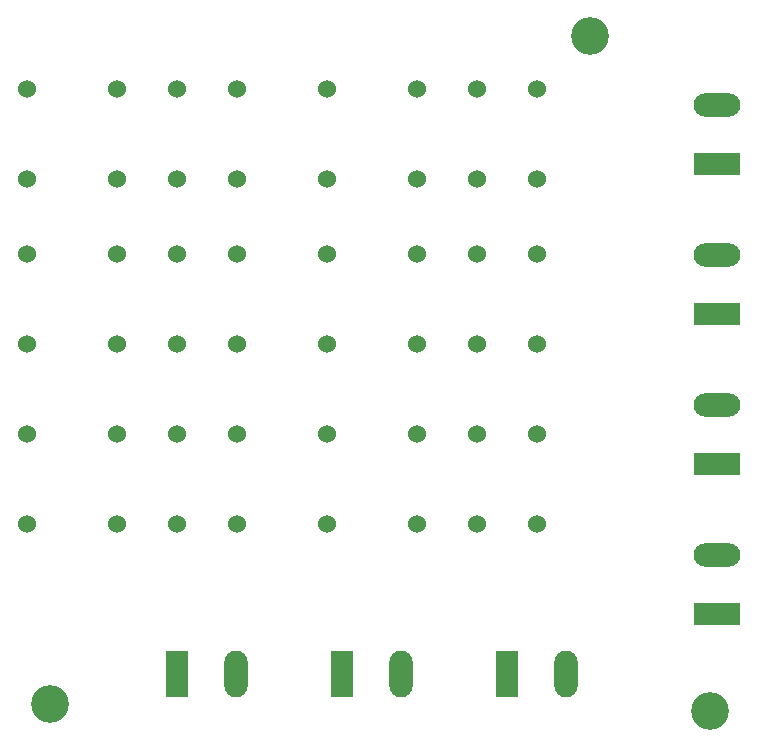
<source format=gbr>
%TF.GenerationSoftware,KiCad,Pcbnew,(5.1.7)-1*%
%TF.CreationDate,2021-07-10T18:44:26+02:00*%
%TF.ProjectId,p_ytka_podno_nik,70427974-6b61-45f7-906f-646e6f5b6e69,rev?*%
%TF.SameCoordinates,Original*%
%TF.FileFunction,Soldermask,Top*%
%TF.FilePolarity,Negative*%
%FSLAX46Y46*%
G04 Gerber Fmt 4.6, Leading zero omitted, Abs format (unit mm)*
G04 Created by KiCad (PCBNEW (5.1.7)-1) date 2021-07-10 18:44:26*
%MOMM*%
%LPD*%
G01*
G04 APERTURE LIST*
%ADD10C,3.200000*%
%ADD11C,1.524000*%
%ADD12O,1.980000X3.960000*%
%ADD13R,1.980000X3.960000*%
%ADD14O,3.960000X1.980000*%
%ADD15R,3.960000X1.980000*%
G04 APERTURE END LIST*
D10*
%TO.C,REF\u002A\u002A*%
X156845000Y-60325000D03*
%TD*%
%TO.C,REF\u002A\u002A*%
X167005000Y-117475000D03*
%TD*%
%TO.C,REF\u002A\u002A*%
X111125000Y-116840000D03*
%TD*%
D11*
%TO.C,K5*%
X152400000Y-86360000D03*
X152400000Y-78740000D03*
X147320000Y-86360000D03*
X147320000Y-78740000D03*
X142240000Y-86360000D03*
X142240000Y-78740000D03*
X134620000Y-86360000D03*
X134620000Y-78740000D03*
%TD*%
D12*
%TO.C,J3*%
X140890000Y-114300000D03*
D13*
X135890000Y-114300000D03*
%TD*%
D14*
%TO.C,J1*%
X167640000Y-78820000D03*
D15*
X167640000Y-83820000D03*
%TD*%
D11*
%TO.C,K6*%
X152400000Y-101600000D03*
X152400000Y-93980000D03*
X147320000Y-101600000D03*
X147320000Y-93980000D03*
X142240000Y-101600000D03*
X142240000Y-93980000D03*
X134620000Y-101600000D03*
X134620000Y-93980000D03*
%TD*%
%TO.C,K4*%
X127000000Y-101600000D03*
X127000000Y-93980000D03*
X121920000Y-101600000D03*
X121920000Y-93980000D03*
X116840000Y-101600000D03*
X116840000Y-93980000D03*
X109220000Y-101600000D03*
X109220000Y-93980000D03*
%TD*%
%TO.C,K3*%
X152400000Y-72390000D03*
X152400000Y-64770000D03*
X147320000Y-72390000D03*
X147320000Y-64770000D03*
X142240000Y-72390000D03*
X142240000Y-64770000D03*
X134620000Y-72390000D03*
X134620000Y-64770000D03*
%TD*%
%TO.C,K2*%
X127000000Y-86360000D03*
X127000000Y-78740000D03*
X121920000Y-86360000D03*
X121920000Y-78740000D03*
X116840000Y-86360000D03*
X116840000Y-78740000D03*
X109220000Y-86360000D03*
X109220000Y-78740000D03*
%TD*%
%TO.C,K1*%
X127000000Y-72390000D03*
X127000000Y-64770000D03*
X121920000Y-72390000D03*
X121920000Y-64770000D03*
X116840000Y-72390000D03*
X116840000Y-64770000D03*
X109220000Y-72390000D03*
X109220000Y-64770000D03*
%TD*%
D14*
%TO.C,J7*%
X167640000Y-91520000D03*
D15*
X167640000Y-96520000D03*
%TD*%
%TO.C,J6*%
X167640000Y-71120000D03*
D14*
X167640000Y-66120000D03*
%TD*%
D12*
%TO.C,J5*%
X154860000Y-114300000D03*
D13*
X149860000Y-114300000D03*
%TD*%
D12*
%TO.C,J4*%
X126920000Y-114300000D03*
D13*
X121920000Y-114300000D03*
%TD*%
D14*
%TO.C,J2*%
X167640000Y-104220000D03*
D15*
X167640000Y-109220000D03*
%TD*%
M02*

</source>
